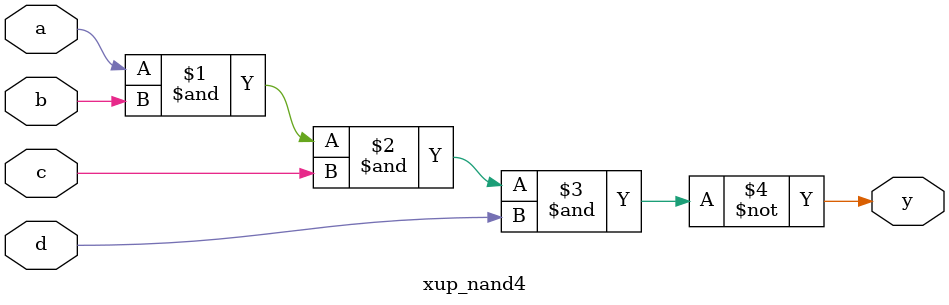
<source format=v>
`timescale 1ns / 1ps
module xup_nand4 #(parameter DELAY = 3)(
    input wire a,
    input wire b,
    input wire c,
    input wire d,
    output wire y
    );
    
    nand #DELAY (y,a,b,c,d);
    
endmodule

</source>
